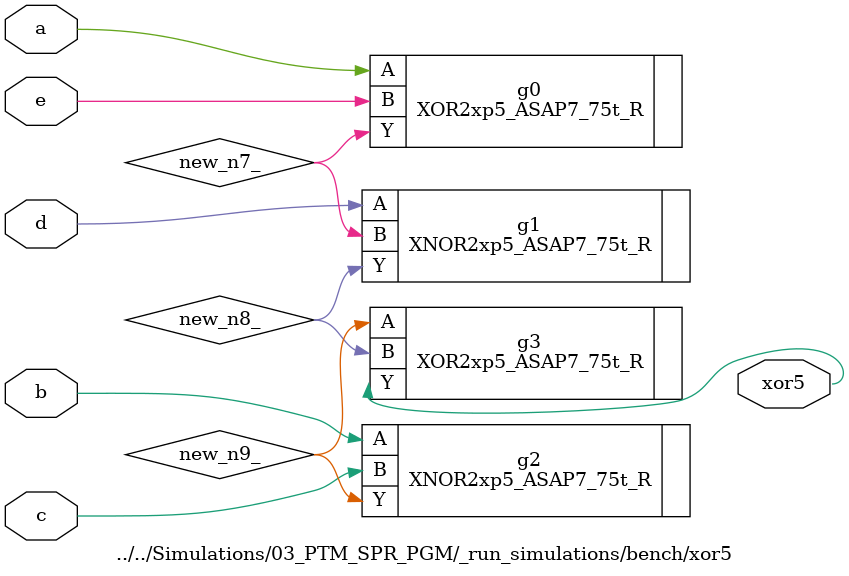
<source format=v>

module \../../Simulations/03_PTM_SPR_PGM/_run_simulations/bench/xor5  ( 
    d, c, b, a, e,
    xor5  );
  input  d, c, b, a, e;
  output xor5;
  wire new_n7_, new_n8_, new_n9_;
  XOR2xp5_ASAP7_75t_R       g0(.A(a), .B(e), .Y(new_n7_));
  XNOR2xp5_ASAP7_75t_R      g1(.A(d), .B(new_n7_), .Y(new_n8_));
  XNOR2xp5_ASAP7_75t_R      g2(.A(b), .B(c), .Y(new_n9_));
  XOR2xp5_ASAP7_75t_R       g3(.A(new_n9_), .B(new_n8_), .Y(xor5));
endmodule



</source>
